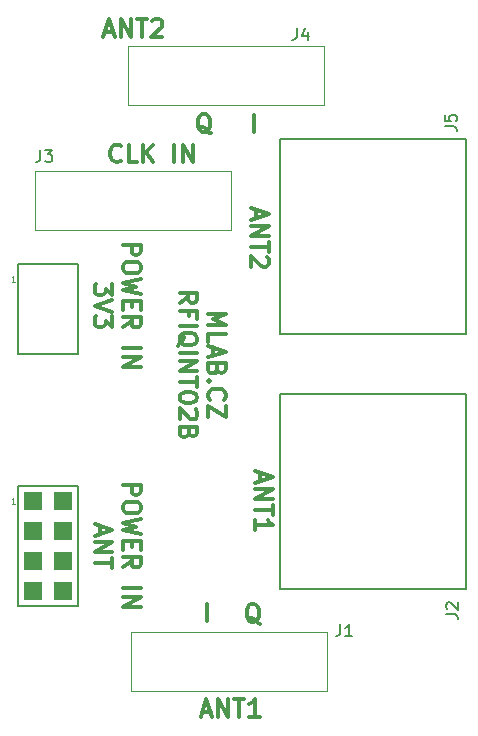
<source format=gbr>
%TF.GenerationSoftware,KiCad,Pcbnew,6.0.4-6f826c9f35~116~ubuntu20.04.1*%
%TF.CreationDate,2022-05-25T09:41:19+00:00*%
%TF.ProjectId,RFIQINT02B,52464951-494e-4543-9032-422e6b696361,REV*%
%TF.SameCoordinates,Original*%
%TF.FileFunction,Legend,Top*%
%TF.FilePolarity,Positive*%
%FSLAX46Y46*%
G04 Gerber Fmt 4.6, Leading zero omitted, Abs format (unit mm)*
G04 Created by KiCad (PCBNEW 6.0.4-6f826c9f35~116~ubuntu20.04.1) date 2022-05-25 09:41:19*
%MOMM*%
%LPD*%
G01*
G04 APERTURE LIST*
%ADD10C,0.300000*%
%ADD11C,0.050000*%
%ADD12C,0.150000*%
%ADD13C,0.120000*%
%ADD14R,1.524000X1.524000*%
G04 APERTURE END LIST*
D10*
X18512128Y34801428D02*
X20012128Y34801428D01*
X18940700Y34301428D01*
X20012128Y33801428D01*
X18512128Y33801428D01*
X18512128Y32372857D02*
X18512128Y33087142D01*
X20012128Y33087142D01*
X18940700Y31944285D02*
X18940700Y31230000D01*
X18512128Y32087142D02*
X20012128Y31587142D01*
X18512128Y31087142D01*
X19297842Y30087142D02*
X19226414Y29872857D01*
X19154985Y29801428D01*
X19012128Y29730000D01*
X18797842Y29730000D01*
X18654985Y29801428D01*
X18583557Y29872857D01*
X18512128Y30015714D01*
X18512128Y30587142D01*
X20012128Y30587142D01*
X20012128Y30087142D01*
X19940700Y29944285D01*
X19869271Y29872857D01*
X19726414Y29801428D01*
X19583557Y29801428D01*
X19440700Y29872857D01*
X19369271Y29944285D01*
X19297842Y30087142D01*
X19297842Y30587142D01*
X18654985Y29087142D02*
X18583557Y29015714D01*
X18512128Y29087142D01*
X18583557Y29158571D01*
X18654985Y29087142D01*
X18512128Y29087142D01*
X18654985Y27515714D02*
X18583557Y27587142D01*
X18512128Y27801428D01*
X18512128Y27944285D01*
X18583557Y28158571D01*
X18726414Y28301428D01*
X18869271Y28372857D01*
X19154985Y28444285D01*
X19369271Y28444285D01*
X19654985Y28372857D01*
X19797842Y28301428D01*
X19940700Y28158571D01*
X20012128Y27944285D01*
X20012128Y27801428D01*
X19940700Y27587142D01*
X19869271Y27515714D01*
X20012128Y27015714D02*
X20012128Y26015714D01*
X18512128Y27015714D01*
X18512128Y26015714D01*
X16097128Y35694285D02*
X16811414Y36194285D01*
X16097128Y36551428D02*
X17597128Y36551428D01*
X17597128Y35980000D01*
X17525700Y35837142D01*
X17454271Y35765714D01*
X17311414Y35694285D01*
X17097128Y35694285D01*
X16954271Y35765714D01*
X16882842Y35837142D01*
X16811414Y35980000D01*
X16811414Y36551428D01*
X16882842Y34551428D02*
X16882842Y35051428D01*
X16097128Y35051428D02*
X17597128Y35051428D01*
X17597128Y34337142D01*
X16097128Y33765714D02*
X17597128Y33765714D01*
X15954271Y32051428D02*
X16025700Y32194285D01*
X16168557Y32337142D01*
X16382842Y32551428D01*
X16454271Y32694285D01*
X16454271Y32837142D01*
X16097128Y32765714D02*
X16168557Y32908571D01*
X16311414Y33051428D01*
X16597128Y33122857D01*
X17097128Y33122857D01*
X17382842Y33051428D01*
X17525700Y32908571D01*
X17597128Y32765714D01*
X17597128Y32480000D01*
X17525700Y32337142D01*
X17382842Y32194285D01*
X17097128Y32122857D01*
X16597128Y32122857D01*
X16311414Y32194285D01*
X16168557Y32337142D01*
X16097128Y32480000D01*
X16097128Y32765714D01*
X16097128Y31480000D02*
X17597128Y31480000D01*
X16097128Y30765714D02*
X17597128Y30765714D01*
X16097128Y29908571D01*
X17597128Y29908571D01*
X17597128Y29408571D02*
X17597128Y28551428D01*
X16097128Y28980000D02*
X17597128Y28980000D01*
X17597128Y27765714D02*
X17597128Y27622857D01*
X17525700Y27480000D01*
X17454271Y27408571D01*
X17311414Y27337142D01*
X17025700Y27265714D01*
X16668557Y27265714D01*
X16382842Y27337142D01*
X16239985Y27408571D01*
X16168557Y27480000D01*
X16097128Y27622857D01*
X16097128Y27765714D01*
X16168557Y27908571D01*
X16239985Y27980000D01*
X16382842Y28051428D01*
X16668557Y28122857D01*
X17025700Y28122857D01*
X17311414Y28051428D01*
X17454271Y27980000D01*
X17525700Y27908571D01*
X17597128Y27765714D01*
X17454271Y26694285D02*
X17525700Y26622857D01*
X17597128Y26480000D01*
X17597128Y26122857D01*
X17525700Y25980000D01*
X17454271Y25908571D01*
X17311414Y25837142D01*
X17168557Y25837142D01*
X16954271Y25908571D01*
X16097128Y26765714D01*
X16097128Y25837142D01*
X16882842Y24694285D02*
X16811414Y24480000D01*
X16739985Y24408571D01*
X16597128Y24337142D01*
X16382842Y24337142D01*
X16239985Y24408571D01*
X16168557Y24480000D01*
X16097128Y24622857D01*
X16097128Y25194285D01*
X17597128Y25194285D01*
X17597128Y24694285D01*
X17525700Y24551428D01*
X17454271Y24480000D01*
X17311414Y24408571D01*
X17168557Y24408571D01*
X17025700Y24480000D01*
X16954271Y24551428D01*
X16882842Y24694285D01*
X16882842Y25194285D01*
X22940200Y21326171D02*
X22940200Y20611885D01*
X22511628Y21469028D02*
X24011628Y20969028D01*
X22511628Y20469028D01*
X22511628Y19969028D02*
X24011628Y19969028D01*
X22511628Y19111885D01*
X24011628Y19111885D01*
X24011628Y18611885D02*
X24011628Y17754742D01*
X22511628Y18183314D02*
X24011628Y18183314D01*
X22511628Y16469028D02*
X22511628Y17326171D01*
X22511628Y16897600D02*
X24011628Y16897600D01*
X23797342Y17040457D01*
X23654485Y17183314D01*
X23583057Y17326171D01*
X18018428Y1096200D02*
X18732714Y1096200D01*
X17875571Y667628D02*
X18375571Y2167628D01*
X18875571Y667628D01*
X19375571Y667628D02*
X19375571Y2167628D01*
X20232714Y667628D01*
X20232714Y2167628D01*
X20732714Y2167628D02*
X21589857Y2167628D01*
X21161285Y667628D02*
X21161285Y2167628D01*
X22875571Y667628D02*
X22018428Y667628D01*
X22447000Y667628D02*
X22447000Y2167628D01*
X22304142Y1953342D01*
X22161285Y1810485D01*
X22018428Y1739057D01*
X18465800Y8744828D02*
X18465800Y10244828D01*
X9788828Y58627200D02*
X10503114Y58627200D01*
X9645971Y58198628D02*
X10145971Y59698628D01*
X10645971Y58198628D01*
X11145971Y58198628D02*
X11145971Y59698628D01*
X12003114Y58198628D01*
X12003114Y59698628D01*
X12503114Y59698628D02*
X13360257Y59698628D01*
X12931685Y58198628D02*
X12931685Y59698628D01*
X13788828Y59555771D02*
X13860257Y59627200D01*
X14003114Y59698628D01*
X14360257Y59698628D01*
X14503114Y59627200D01*
X14574542Y59555771D01*
X14645971Y59412914D01*
X14645971Y59270057D01*
X14574542Y59055771D01*
X13717400Y58198628D01*
X14645971Y58198628D01*
X22402800Y50146828D02*
X22402800Y51646828D01*
X11323928Y20311891D02*
X12823928Y20311891D01*
X12823928Y19740462D01*
X12752500Y19597605D01*
X12681071Y19526177D01*
X12538214Y19454748D01*
X12323928Y19454748D01*
X12181071Y19526177D01*
X12109642Y19597605D01*
X12038214Y19740462D01*
X12038214Y20311891D01*
X12823928Y18526177D02*
X12823928Y18240462D01*
X12752500Y18097605D01*
X12609642Y17954748D01*
X12323928Y17883320D01*
X11823928Y17883320D01*
X11538214Y17954748D01*
X11395357Y18097605D01*
X11323928Y18240462D01*
X11323928Y18526177D01*
X11395357Y18669034D01*
X11538214Y18811891D01*
X11823928Y18883320D01*
X12323928Y18883320D01*
X12609642Y18811891D01*
X12752500Y18669034D01*
X12823928Y18526177D01*
X12823928Y17383320D02*
X11323928Y17026177D01*
X12395357Y16740462D01*
X11323928Y16454748D01*
X12823928Y16097605D01*
X12109642Y15526177D02*
X12109642Y15026177D01*
X11323928Y14811891D02*
X11323928Y15526177D01*
X12823928Y15526177D01*
X12823928Y14811891D01*
X11323928Y13311891D02*
X12038214Y13811891D01*
X11323928Y14169034D02*
X12823928Y14169034D01*
X12823928Y13597605D01*
X12752500Y13454748D01*
X12681071Y13383320D01*
X12538214Y13311891D01*
X12323928Y13311891D01*
X12181071Y13383320D01*
X12109642Y13454748D01*
X12038214Y13597605D01*
X12038214Y14169034D01*
X11323928Y11526177D02*
X12823928Y11526177D01*
X11323928Y10811891D02*
X12823928Y10811891D01*
X11323928Y9954748D01*
X12823928Y9954748D01*
X9337500Y16847605D02*
X9337500Y16133320D01*
X8908928Y16990462D02*
X10408928Y16490462D01*
X8908928Y15990462D01*
X8908928Y15490462D02*
X10408928Y15490462D01*
X8908928Y14633320D01*
X10408928Y14633320D01*
X10408928Y14133320D02*
X10408928Y13276177D01*
X8908928Y13704748D02*
X10408928Y13704748D01*
X18732428Y50054771D02*
X18589571Y50126200D01*
X18446714Y50269057D01*
X18232428Y50483342D01*
X18089571Y50554771D01*
X17946714Y50554771D01*
X18018142Y50197628D02*
X17875285Y50269057D01*
X17732428Y50411914D01*
X17661000Y50697628D01*
X17661000Y51197628D01*
X17732428Y51483342D01*
X17875285Y51626200D01*
X18018142Y51697628D01*
X18303857Y51697628D01*
X18446714Y51626200D01*
X18589571Y51483342D01*
X18661000Y51197628D01*
X18661000Y50697628D01*
X18589571Y50411914D01*
X18446714Y50269057D01*
X18303857Y50197628D01*
X18018142Y50197628D01*
X22610000Y43596891D02*
X22610000Y42882605D01*
X22181428Y43739748D02*
X23681428Y43239748D01*
X22181428Y42739748D01*
X22181428Y42239748D02*
X23681428Y42239748D01*
X22181428Y41382605D01*
X23681428Y41382605D01*
X23681428Y40882605D02*
X23681428Y40025462D01*
X22181428Y40454034D02*
X23681428Y40454034D01*
X23538571Y39596891D02*
X23610000Y39525462D01*
X23681428Y39382605D01*
X23681428Y39025462D01*
X23610000Y38882605D01*
X23538571Y38811177D01*
X23395714Y38739748D01*
X23252857Y38739748D01*
X23038571Y38811177D01*
X22181428Y39668320D01*
X22181428Y38739748D01*
X11323928Y40631891D02*
X12823928Y40631891D01*
X12823928Y40060462D01*
X12752500Y39917605D01*
X12681071Y39846177D01*
X12538214Y39774748D01*
X12323928Y39774748D01*
X12181071Y39846177D01*
X12109642Y39917605D01*
X12038214Y40060462D01*
X12038214Y40631891D01*
X12823928Y38846177D02*
X12823928Y38560462D01*
X12752500Y38417605D01*
X12609642Y38274748D01*
X12323928Y38203320D01*
X11823928Y38203320D01*
X11538214Y38274748D01*
X11395357Y38417605D01*
X11323928Y38560462D01*
X11323928Y38846177D01*
X11395357Y38989034D01*
X11538214Y39131891D01*
X11823928Y39203320D01*
X12323928Y39203320D01*
X12609642Y39131891D01*
X12752500Y38989034D01*
X12823928Y38846177D01*
X12823928Y37703320D02*
X11323928Y37346177D01*
X12395357Y37060462D01*
X11323928Y36774748D01*
X12823928Y36417605D01*
X12109642Y35846177D02*
X12109642Y35346177D01*
X11323928Y35131891D02*
X11323928Y35846177D01*
X12823928Y35846177D01*
X12823928Y35131891D01*
X11323928Y33631891D02*
X12038214Y34131891D01*
X11323928Y34489034D02*
X12823928Y34489034D01*
X12823928Y33917605D01*
X12752500Y33774748D01*
X12681071Y33703320D01*
X12538214Y33631891D01*
X12323928Y33631891D01*
X12181071Y33703320D01*
X12109642Y33774748D01*
X12038214Y33917605D01*
X12038214Y34489034D01*
X11323928Y31846177D02*
X12823928Y31846177D01*
X11323928Y31131891D02*
X12823928Y31131891D01*
X11323928Y30274748D01*
X12823928Y30274748D01*
X10408928Y37310462D02*
X10408928Y36381891D01*
X9837500Y36881891D01*
X9837500Y36667605D01*
X9766071Y36524748D01*
X9694642Y36453320D01*
X9551785Y36381891D01*
X9194642Y36381891D01*
X9051785Y36453320D01*
X8980357Y36524748D01*
X8908928Y36667605D01*
X8908928Y37096177D01*
X8980357Y37239034D01*
X9051785Y37310462D01*
X10408928Y35953320D02*
X8908928Y35453320D01*
X10408928Y34953320D01*
X10408928Y34596177D02*
X10408928Y33667605D01*
X9837500Y34167605D01*
X9837500Y33953320D01*
X9766071Y33810462D01*
X9694642Y33739034D01*
X9551785Y33667605D01*
X9194642Y33667605D01*
X9051785Y33739034D01*
X8980357Y33810462D01*
X8908928Y33953320D01*
X8908928Y34381891D01*
X8980357Y34524748D01*
X9051785Y34596177D01*
X11159657Y47749685D02*
X11088228Y47678257D01*
X10873942Y47606828D01*
X10731085Y47606828D01*
X10516800Y47678257D01*
X10373942Y47821114D01*
X10302514Y47963971D01*
X10231085Y48249685D01*
X10231085Y48463971D01*
X10302514Y48749685D01*
X10373942Y48892542D01*
X10516800Y49035400D01*
X10731085Y49106828D01*
X10873942Y49106828D01*
X11088228Y49035400D01*
X11159657Y48963971D01*
X12516800Y47606828D02*
X11802514Y47606828D01*
X11802514Y49106828D01*
X13016800Y47606828D02*
X13016800Y49106828D01*
X13873942Y47606828D02*
X13231085Y48463971D01*
X13873942Y49106828D02*
X13016800Y48249685D01*
X15659657Y47606828D02*
X15659657Y49106828D01*
X16373942Y47606828D02*
X16373942Y49106828D01*
X17231085Y47606828D01*
X17231085Y49106828D01*
X22872628Y8551171D02*
X22729771Y8622600D01*
X22586914Y8765457D01*
X22372628Y8979742D01*
X22229771Y9051171D01*
X22086914Y9051171D01*
X22158342Y8694028D02*
X22015485Y8765457D01*
X21872628Y8908314D01*
X21801200Y9194028D01*
X21801200Y9694028D01*
X21872628Y9979742D01*
X22015485Y10122600D01*
X22158342Y10194028D01*
X22444057Y10194028D01*
X22586914Y10122600D01*
X22729771Y9979742D01*
X22801200Y9694028D01*
X22801200Y9194028D01*
X22729771Y8908314D01*
X22586914Y8765457D01*
X22444057Y8694028D01*
X22158342Y8694028D01*
D11*
%TO.C,J6*%
X2174857Y37513129D02*
X1889142Y37513129D01*
X2032000Y37513129D02*
X2032000Y38013129D01*
X1984380Y37941700D01*
X1936761Y37894081D01*
X1889142Y37870272D01*
D12*
%TO.C,J4*%
X26031866Y58966219D02*
X26031866Y58251933D01*
X25984247Y58109076D01*
X25889009Y58013838D01*
X25746152Y57966219D01*
X25650914Y57966219D01*
X26936628Y58632885D02*
X26936628Y57966219D01*
X26698533Y59013838D02*
X26460438Y58299552D01*
X27079485Y58299552D01*
%TO.C,J5*%
X38568380Y50644466D02*
X39282666Y50644466D01*
X39425523Y50596847D01*
X39520761Y50501609D01*
X39568380Y50358752D01*
X39568380Y50263514D01*
X38568380Y51596847D02*
X38568380Y51120657D01*
X39044571Y51073038D01*
X38996952Y51120657D01*
X38949333Y51215895D01*
X38949333Y51453990D01*
X38996952Y51549228D01*
X39044571Y51596847D01*
X39139809Y51644466D01*
X39377904Y51644466D01*
X39473142Y51596847D01*
X39520761Y51549228D01*
X39568380Y51453990D01*
X39568380Y51215895D01*
X39520761Y51120657D01*
X39473142Y51073038D01*
%TO.C,J2*%
X38669980Y9344066D02*
X39384266Y9344066D01*
X39527123Y9296447D01*
X39622361Y9201209D01*
X39669980Y9058352D01*
X39669980Y8963114D01*
X38765219Y9772638D02*
X38717600Y9820257D01*
X38669980Y9915495D01*
X38669980Y10153590D01*
X38717600Y10248828D01*
X38765219Y10296447D01*
X38860457Y10344066D01*
X38955695Y10344066D01*
X39098552Y10296447D01*
X39669980Y9725019D01*
X39669980Y10344066D01*
%TO.C,J3*%
X4314866Y48655219D02*
X4314866Y47940933D01*
X4267247Y47798076D01*
X4172009Y47702838D01*
X4029152Y47655219D01*
X3933914Y47655219D01*
X4695819Y48655219D02*
X5314866Y48655219D01*
X4981533Y48274266D01*
X5124390Y48274266D01*
X5219628Y48226647D01*
X5267247Y48179028D01*
X5314866Y48083790D01*
X5314866Y47845695D01*
X5267247Y47750457D01*
X5219628Y47702838D01*
X5124390Y47655219D01*
X4838676Y47655219D01*
X4743438Y47702838D01*
X4695819Y47750457D01*
%TO.C,J1*%
X29714866Y8497819D02*
X29714866Y7783533D01*
X29667247Y7640676D01*
X29572009Y7545438D01*
X29429152Y7497819D01*
X29333914Y7497819D01*
X30714866Y7497819D02*
X30143438Y7497819D01*
X30429152Y7497819D02*
X30429152Y8497819D01*
X30333914Y8354961D01*
X30238676Y8259723D01*
X30143438Y8212104D01*
D11*
%TO.C,J7*%
X2174857Y18717129D02*
X1889142Y18717129D01*
X2032000Y18717129D02*
X2032000Y19217129D01*
X1984380Y19145700D01*
X1936761Y19098081D01*
X1889142Y19074272D01*
D12*
%TO.C,J6*%
X2413000Y31389320D02*
X2413000Y39009320D01*
X2413000Y39009320D02*
X7493000Y39009320D01*
X7493000Y39009320D02*
X7493000Y31389320D01*
X7493000Y31389320D02*
X2413000Y31389320D01*
D13*
%TO.C,J4*%
X28315200Y57465600D02*
X28315200Y52465600D01*
X11715200Y57465600D02*
X28315200Y57465600D01*
X11715200Y52465600D02*
X11715200Y57465600D01*
X28315200Y52465600D02*
X11715200Y52465600D01*
D12*
%TO.C,J5*%
X40385000Y33038320D02*
X40385000Y49548320D01*
X24655000Y33038320D02*
X40385000Y33038320D01*
X24635000Y49548320D02*
X24635000Y33038320D01*
X40385000Y49548320D02*
X24635000Y49548320D01*
%TO.C,J2*%
X24635000Y27958320D02*
X24635000Y11448320D01*
X40385000Y11448320D02*
X40385000Y27958320D01*
X24655000Y11448320D02*
X40385000Y11448320D01*
X40385000Y27958320D02*
X24635000Y27958320D01*
D13*
%TO.C,J3*%
X3845000Y41843320D02*
X3845000Y46843320D01*
X3845000Y46843320D02*
X20445000Y46843320D01*
X20445000Y46843320D02*
X20445000Y41843320D01*
X20445000Y41843320D02*
X3845000Y41843320D01*
%TO.C,J1*%
X12020000Y7878320D02*
X28620000Y7878320D01*
X12020000Y2878320D02*
X12020000Y7878320D01*
X28620000Y2878320D02*
X12020000Y2878320D01*
X28620000Y7878320D02*
X28620000Y2878320D01*
D12*
%TO.C,J7*%
X7493000Y10053320D02*
X2413000Y10053320D01*
X7493000Y20213320D02*
X7493000Y10053320D01*
X2413000Y20213320D02*
X7493000Y20213320D01*
X2413000Y10053320D02*
X2413000Y20213320D01*
%TD*%
D14*
%TO.C,J7*%
X3683000Y18943320D03*
X6223000Y18943320D03*
X3683000Y16403320D03*
X6223000Y16403320D03*
X3683000Y13863320D03*
X6223000Y13863320D03*
X3683000Y11323320D03*
X6223000Y11323320D03*
%TD*%
M02*

</source>
